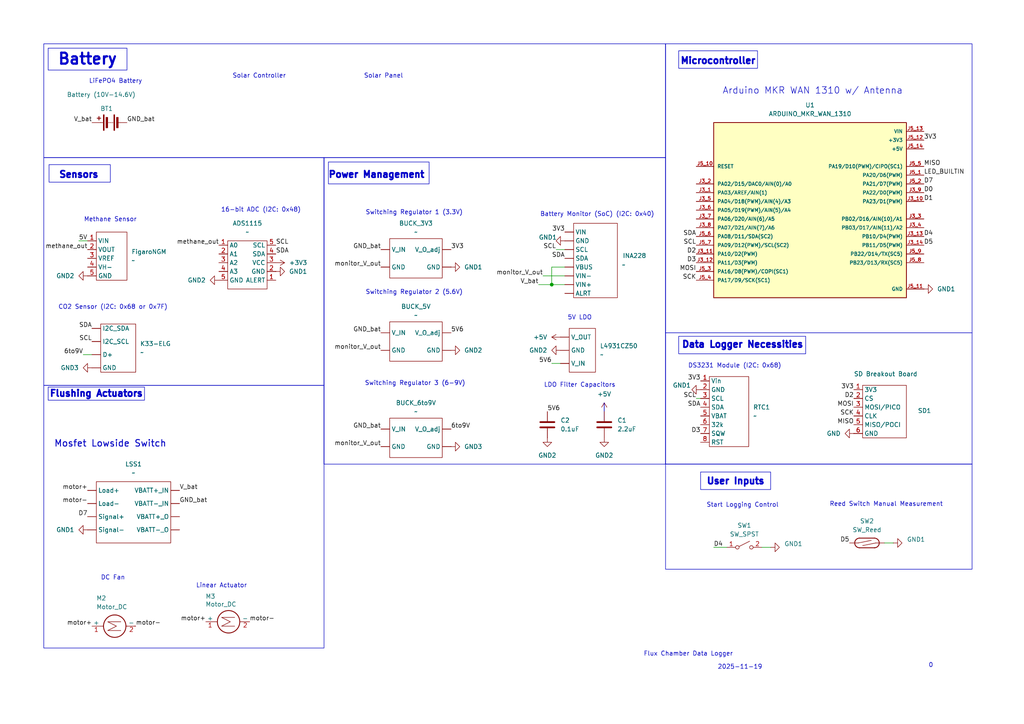
<source format=kicad_sch>
(kicad_sch (version 20250114) (generator "eeschema") (generator_version "9.0")
  (paper "A4")
  (lib_symbols
    (symbol "DCDC_adjustable_module_1"
      (property "Reference" "D" (at 0 0 0))
      (symbol "DCDC_adjustable_module_1_0_1"
        (rectangle (start -7.62 -1.905) (end 7.62 -13.335))
      )
      (symbol "DCDC_adjustable_module_1_1_1"
        (pin input line (at -10.16 -5.08 0) (length 2.54) (name "V_IN") (number ""))
        (pin input line (at -10.16 -10.16 0) (length 2.54) (name "GND") (number ""))
        (pin input line (at 10.16 -5.08 180) (length 2.54) (name "V_O_adj") (number ""))
        (pin input line (at 10.16 -10.16 180) (length 2.54) (name "GND") (number ""))
      )
    )
    (symbol "DCDC_adjustable_module_2"
      (property "Reference" "D" (at 0 0 0))
      (symbol "DCDC_adjustable_module_2_0_1"
        (rectangle (start -7.62 -1.905) (end 7.62 -13.335))
      )
      (symbol "DCDC_adjustable_module_2_1_1"
        (pin input line (at -10.16 -5.08 0) (length 2.54) (name "V_IN") (number ""))
        (pin input line (at -10.16 -10.16 0) (length 2.54) (name "GND") (number ""))
        (pin input line (at 10.16 -5.08 180) (length 2.54) (name "V_O_adj") (number ""))
        (pin input line (at 10.16 -10.16 180) (length 2.54) (name "GND") (number ""))
      )
    )
    (symbol "Device:Battery" (pin_numbers (hide yes)) (pin_names (offset 0) (hide yes))
      (property "Reference" "BT" (at 2.54 2.54 0))
      (property "Value" "Battery" (at 2.54 0 0))
      (symbol "Battery_0_1"
        (rectangle (start -2.286 1.778) (end 2.286 1.524) (fill (type outline)))
        (rectangle (start -2.286 -1.27) (end 2.286 -1.524) (fill (type outline)))
        (rectangle (start -1.524 1.016) (end 1.524 0.508) (fill (type outline)))
        (rectangle (start -1.524 -2.032) (end 1.524 -2.54) (fill (type outline)))
        (polyline (pts (xy 0 1.778) (xy 0 2.54)))
        (polyline (pts (xy 0 0) (xy 0 0.254)))
        (polyline (pts (xy 0 -0.508) (xy 0 -0.254)))
        (polyline (pts (xy 0 -1.016) (xy 0 -0.762)))
        (polyline (pts (xy 0.762 3.048) (xy 1.778 3.048)) (stroke (width 0.254)))
        (polyline (pts (xy 1.27 3.556) (xy 1.27 2.54)) (stroke (width 0.254)))
      )
      (symbol "Battery_1_1"
        (pin passive line (at 0 5.08 270) (length 2.54) (name "+") (number "1"))
        (pin passive line (at 0 -5.08 90) (length 2.54) (name "-") (number "2"))
      )
    )
    (symbol "Device:C" (pin_numbers (hide yes)) (pin_names (offset 0.254))
      (property "Reference" "C" (at 0.635 2.54 0))
      (property "Value" "C" (at 0.635 -2.54 0))
      (symbol "C_0_1"
        (polyline (pts (xy -2.032 0.762) (xy 2.032 0.762)) (stroke (width 0.508)))
        (polyline (pts (xy -2.032 -0.762) (xy 2.032 -0.762)) (stroke (width 0.508)))
      )
      (symbol "C_1_1"
        (pin passive line (at 0 3.81 270) (length 2.794) (name "~") (number "1"))
        (pin passive line (at 0 -3.81 90) (length 2.794) (name "~") (number "2"))
      )
    )
    (symbol "Motor:Motor_DC" (pin_names (offset 0))
      (property "Reference" "M" (at 2.54 2.54 0))
      (property "Value" "Motor_DC" (at 2.54 -5.08 0))
      (symbol "Motor_DC_0_0"
        (polyline (pts (xy -1.27 -3.302) (xy -1.27 0.508) (xy 0 -2.032) (xy 1.27 0.508) (xy 1.27 -3.302)))
      )
      (symbol "Motor_DC_0_1"
        (polyline (pts (xy 0 2.032) (xy 0 2.54)))
        (polyline (pts (xy 0 1.7272) (xy 0 2.0828)))
        (circle (center 0 -1.524) (radius 3.2512) (stroke (width 0.254)))
        (polyline (pts (xy 0 -4.7752) (xy 0 -5.1816)))
        (polyline (pts (xy 0 -7.62) (xy 0 -7.112)))
      )
      (symbol "Motor_DC_1_1"
        (pin passive line (at 0 5.08 270) (length 2.54) (name "+") (number "1"))
        (pin passive line (at 0 -7.62 90) (length 2.54) (name "-") (number "2"))
      )
    )
    (symbol "Switch:SW_Reed" (pin_numbers (hide yes)) (pin_names (offset 0) (hide yes))
      (property "Reference" "SW" (at 0 2.54 0))
      (property "Value" "SW_Reed" (at 0 -2.54 0))
      (symbol "SW_Reed_0_0"
        (polyline (pts (xy -2.54 0) (xy 1.27 0.762)))
        (polyline (pts (xy -2.159 -1.397) (xy 2.286 -1.397)) (stroke (width 0.254)))
        (arc (start -2.159 -1.397) (mid -3.55 0) (end -2.159 1.397) (stroke (width 0.254)))
        (arc (start 2.159 1.397) (mid 3.55 0) (end 2.159 -1.397) (stroke (width 0.254)))
        (polyline (pts (xy 2.159 1.397) (xy -2.159 1.397)) (stroke (width 0.254)))
        (polyline (pts (xy 2.54 0) (xy -1.27 -0.762)))
      )
      (symbol "SW_Reed_1_1"
        (pin passive line (at -5.08 0 0) (length 2.54) (name "1") (number "1"))
        (pin passive line (at 5.08 0 180) (length 2.54) (name "2") (number "2"))
      )
    )
    (symbol "Switch:SW_SPST" (pin_names (offset 0) (hide yes))
      (property "Reference" "SW" (at 0 3.175 0))
      (property "Value" "SW_SPST" (at 0 -2.54 0))
      (symbol "SW_SPST_0_0"
        (circle (center -2.032 0) (radius 0.508))
        (polyline (pts (xy -1.524 0.254) (xy 1.524 1.778)))
        (circle (center 2.032 0) (radius 0.508))
      )
      (symbol "SW_SPST_1_1"
        (pin passive line (at -5.08 0 0) (length 2.54) (name "A") (number "1"))
        (pin passive line (at 5.08 0 180) (length 2.54) (name "B") (number "2"))
      )
    )
    (symbol "new_library:16-bit_ADC_Soldered"
      (property "Reference" "ADC" (at 0 0 0))
      (symbol "16-bit_ADC_Soldered_0_1"
        (rectangle (start -2.54 -1.27) (end 8.89 -15.24))
        (rectangle (start 0 -7.62) (end 0 -7.62))
        (rectangle (start 6.35 -7.62) (end 6.35 -7.62))
      )
      (symbol "16-bit_ADC_Soldered_1_1"
        (pin input line (at -5.08 -2.54 0) (length 2.54) (name "A0") (number "1"))
        (pin input line (at -5.08 -5.08 0) (length 2.54) (name "A1") (number "2"))
        (pin input line (at -5.08 -7.62 0) (length 2.54) (name "A2") (number "3"))
        (pin input line (at -5.08 -10.16 0) (length 2.54) (name "A3") (number "4"))
        (pin power_in line (at -5.08 -12.7 0) (length 2.54) (name "GND") (number "5"))
        (pin input line (at 11.43 -2.54 180) (length 2.54) (name "SCL") (number "5"))
        (pin bidirectional line (at 11.43 -5.08 180) (length 2.54) (name "SDA") (number "4"))
        (pin power_in line (at 11.43 -7.62 180) (length 2.54) (name "VCC") (number "3"))
        (pin input line (at 11.43 -10.16 180) (length 2.54) (name "GND") (number "2"))
        (pin output line (at 11.43 -12.7 180) (length 2.54) (name "ALERT") (number "1"))
      )
    )
    (symbol "new_library:5V_LDO_L4931CZ50"
      (property "Reference" "U" (at 0 0 0))
      (symbol "5V_LDO_L4931CZ50_0_1"
        (rectangle (start -3.81 -2.54) (end 3.81 -15.24))
      )
      (symbol "5V_LDO_L4931CZ50_1_1"
        (pin power_out line (at -6.35 -5.08 0) (length 2.54) (name "V_OUT") (number ""))
        (pin power_in line (at -6.35 -8.89 0) (length 2.54) (name "GND") (number ""))
        (pin power_in line (at -6.35 -12.7 0) (length 2.54) (name "V_IN") (number ""))
      )
    )
    (symbol "new_library:ARDUINO_MKR_WAN_1310" (pin_names (offset 1.016))
      (property "Reference" "U" (at -27.94 27.94 0))
      (property "Value" "ARDUINO_MKR_WAN_1310" (at -27.94 -27.94 0))
      (symbol "ARDUINO_MKR_WAN_1310_0_0"
        (rectangle (start -27.94 -25.4) (end 27.94 25.4) (stroke (width 0.254)) (fill (type background)))
        (pin input line (at -33.02 12.7 0) (length 5.08) (name "RESET") (number "J5_10"))
        (pin bidirectional line (at -33.02 7.62 0) (length 5.08) (name "PA02/D15/DAC0/AIN(0)/A0") (number "J3_2"))
        (pin bidirectional line (at -33.02 5.08 0) (length 5.08) (name "PA03/AREF/AIN(1)") (number "J3_1"))
        (pin bidirectional line (at -33.02 2.54 0) (length 5.08) (name "PA04/D18(PWM)/AIN(4)/A3") (number "J3_5"))
        (pin bidirectional line (at -33.02 0 0) (length 5.08) (name "PA05/D19(PWM)/AIN(5)/A4") (number "J3_6"))
        (pin bidirectional line (at -33.02 -2.54 0) (length 5.08) (name "PA06/D20/AIN(6)/A5") (number "J3_7"))
        (pin bidirectional line (at -33.02 -5.08 0) (length 5.08) (name "PA07/D21/AIN(7)/A6") (number "J3_8"))
        (pin bidirectional line (at -33.02 -7.62 0) (length 5.08) (name "PA08/D11/SDA(SC2)") (number "J5_6"))
        (pin bidirectional line (at -33.02 -10.16 0) (length 5.08) (name "PA09/D12(PWM)/SCL(SC2)") (number "J5_7"))
        (pin bidirectional line (at -33.02 -12.7 0) (length 5.08) (name "PA10/D2(PWM)") (number "J3_11"))
        (pin bidirectional line (at -33.02 -15.24 0) (length 5.08) (name "PA11/D3(PWM)") (number "J3_12"))
        (pin bidirectional line (at -33.02 -17.78 0) (length 5.08) (name "PA16/D8(PWM)/COPI(SC1)") (number "J5_3"))
        (pin bidirectional line (at -33.02 -20.32 0) (length 5.08) (name "PA17/D9/SCK(SC1)") (number "J5_4"))
        (pin power_in line (at 33.02 22.86 180) (length 5.08) (name "VIN") (number "J5_13"))
        (pin power_in line (at 33.02 20.32 180) (length 5.08) (name "+3V3") (number "J5_12"))
        (pin power_in line (at 33.02 17.78 180) (length 5.08) (name "+5V") (number "J5_14"))
        (pin bidirectional line (at 33.02 12.7 180) (length 5.08) (name "PA19/D10(PWM)/CIPO(SC1)") (number "J5_5"))
        (pin bidirectional line (at 33.02 10.16 180) (length 5.08) (name "PA20/D6(PWM)") (number "J5_1"))
        (pin bidirectional line (at 33.02 7.62 180) (length 5.08) (name "PA21/D7(PWM)") (number "J5_2"))
        (pin bidirectional line (at 33.02 5.08 180) (length 5.08) (name "PA22/D0(PWM)") (number "J3_9"))
        (pin bidirectional line (at 33.02 2.54 180) (length 5.08) (name "PA23/D1(PWM)") (number "J3_10"))
        (pin bidirectional line (at 33.02 -2.54 180) (length 5.08) (name "PB02/D16/AIN(10)/A1") (number "J3_3"))
        (pin bidirectional line (at 33.02 -5.08 180) (length 5.08) (name "PB03/D17/AIN(11)/A2") (number "J3_4"))
        (pin bidirectional line (at 33.02 -7.62 180) (length 5.08) (name "PB10/D4(PWM)") (number "J3_13"))
        (pin bidirectional line (at 33.02 -10.16 180) (length 5.08) (name "PB11/D5(PWM)") (number "J3_14"))
        (pin bidirectional line (at 33.02 -12.7 180) (length 5.08) (name "PB22/D14/TX(SC5)") (number "J5_9"))
        (pin bidirectional line (at 33.02 -15.24 180) (length 5.08) (name "PB23/D13/RX(SC5)") (number "J5_8"))
        (pin power_in line (at 33.02 -22.86 180) (length 5.08) (name "GND") (number "J5_11"))
      )
    )
    (symbol "new_library:CH4_sensor_figaro"
      (property "Reference" "CH4" (at 0 0 0))
      (symbol "CH4_sensor_figaro_0_1"
        (rectangle (start -3.81 -1.27) (end 5.08 -15.24))
      )
      (symbol "CH4_sensor_figaro_1_1"
        (pin power_in line (at -6.35 -3.81 0) (length 2.54) (name "VIN") (number "1"))
        (pin power_out line (at -6.35 -6.35 0) (length 2.54) (name "VOUT") (number "2"))
        (pin power_out line (at -6.35 -8.89 0) (length 2.54) (name "VREF") (number "3"))
        (pin power_in line (at -6.35 -11.43 0) (length 2.54) (name "VH-") (number "4"))
        (pin power_in line (at -6.35 -13.97 0) (length 2.54) (name "GND") (number "5"))
      )
    )
    (symbol "new_library:DCDC_adjustable_module"
      (property "Reference" "D" (at 0 0 0))
      (symbol "DCDC_adjustable_module_0_1"
        (rectangle (start -7.62 -1.905) (end 7.62 -13.335))
      )
      (symbol "DCDC_adjustable_module_1_1"
        (pin input line (at -10.16 -5.08 0) (length 2.54) (name "V_IN") (number ""))
        (pin input line (at -10.16 -10.16 0) (length 2.54) (name "GND") (number ""))
        (pin input line (at 10.16 -5.08 180) (length 2.54) (name "V_O_adj") (number ""))
        (pin input line (at 10.16 -10.16 180) (length 2.54) (name "GND") (number ""))
      )
    )
    (symbol "new_library:DS3231_adafruit_breakout"
      (property "Reference" "RTC" (at 0 6.096 0))
      (symbol "DS3231_adafruit_breakout_0_1"
        (rectangle (start -6.35 3.81) (end 5.08 -16.51))
      )
      (symbol "DS3231_adafruit_breakout_1_1"
        (pin power_in line (at -8.89 2.54 0) (length 2.54) (name "Vin") (number "1"))
        (pin power_in line (at -8.89 0 0) (length 2.54) (name "GND") (number "2"))
        (pin input line (at -8.89 -2.54 0) (length 2.54) (name "SCL") (number "3"))
        (pin bidirectional line (at -8.89 -5.08 0) (length 2.54) (name "SDA") (number "4"))
        (pin power_out line (at -8.89 -7.62 0) (length 2.54) (name "VBAT") (number "5"))
        (pin output line (at -8.89 -10.16 0) (length 2.54) (name "32k") (number "6"))
        (pin output line (at -8.89 -12.7 0) (length 2.54) (name "SQW") (number "7"))
        (pin output line (at -8.89 -15.24 0) (length 2.54) (name "RST") (number "8"))
      )
    )
    (symbol "new_library:K33_ELG"
      (property "Reference" "U" (at 0 0.254 0))
      (symbol "K33_ELG_0_1"
        (rectangle (start -2.54 -1.27) (end 7.62 -15.24))
      )
      (symbol "K33_ELG_1_1"
        (pin bidirectional line (at -5.08 -2.54 0) (length 2.54) (name "I2C_SDA") (number ""))
        (pin input line (at -5.08 -6.35 0) (length 2.54) (name "I2C_SCL") (number ""))
        (pin power_in line (at -5.08 -10.16 0) (length 2.54) (name "D+") (number ""))
        (pin power_in line (at -5.08 -13.97 0) (length 2.54) (name "GND") (number ""))
      )
    )
    (symbol "new_library:SD_breakout"
      (property "Reference" "SD" (at 2.794 1.27 0))
      (symbol "SD_breakout_0_1"
        (rectangle (start -3.81 -1.27) (end 8.89 -16.51))
      )
      (symbol "SD_breakout_1_1"
        (pin power_in line (at -6.35 -2.54 0) (length 2.54) (name "3V3") (number "1"))
        (pin input line (at -6.35 -5.08 0) (length 2.54) (name "CS") (number "2"))
        (pin input line (at -6.35 -7.62 0) (length 2.54) (name "MOSI/PICO") (number "3"))
        (pin input line (at -6.35 -10.16 0) (length 2.54) (name "CLK") (number "4"))
        (pin input line (at -6.35 -12.7 0) (length 2.54) (name "MISO/POCI") (number "5"))
        (pin power_in line (at -6.35 -15.24 0) (length 2.54) (name "GND") (number "6"))
      )
    )
    (symbol "new_library:adafruit_ina228"
      (property "Reference" "U" (at 0 0 0))
      (symbol "adafruit_ina228_0_1"
        (rectangle (start -6.35 -1.27) (end 6.35 -22.86))
      )
      (symbol "adafruit_ina228_1_1"
        (pin power_in line (at -8.89 -3.81 0) (length 2.54) (name "VIN") (number ""))
        (pin power_in line (at -8.89 -6.35 0) (length 2.54) (name "GND") (number ""))
        (pin bidirectional line (at -8.89 -8.89 0) (length 2.54) (name "SCL") (number ""))
        (pin bidirectional line (at -8.89 -11.43 0) (length 2.54) (name "SDA") (number ""))
        (pin power_in line (at -8.89 -13.97 0) (length 2.54) (name "VBUS") (number ""))
        (pin power_out line (at -8.89 -16.51 0) (length 2.54) (name "VIN-") (number ""))
        (pin power_in line (at -8.89 -19.05 0) (length 2.54) (name "VIN+") (number ""))
        (pin output line (at -8.89 -21.59 0) (length 2.54) (name "ALRT") (number ""))
      )
    )
    (symbol "new_library:mosfet_lowside_switch_module"
      (property "Reference" "LSS" (at 0 0 0))
      (symbol "mosfet_lowside_switch_module_0_1"
        (rectangle (start -10.16 -2.54) (end 11.43 -20.32))
      )
      (symbol "mosfet_lowside_switch_module_1_1"
        (pin input line (at -12.7 -5.08 0) (length 2.54) (name "Load+") (number ""))
        (pin input line (at -12.7 -8.89 0) (length 2.54) (name "Load-") (number ""))
        (pin input line (at -12.7 -12.7 0) (length 2.54) (name "Signal+") (number ""))
        (pin input line (at -12.7 -16.51 0) (length 2.54) (name "Signal-") (number ""))
        (pin input line (at 13.97 -5.08 180) (length 2.54) (name "VBATT+_IN") (number ""))
        (pin input line (at 13.97 -8.89 180) (length 2.54) (name "VBATT-_IN") (number ""))
        (pin input line (at 13.97 -12.7 180) (length 2.54) (name "VBATT+_O") (number ""))
        (pin input line (at 13.97 -16.51 180) (length 2.54) (name "VBATT-_O") (number ""))
      )
    )
    (symbol "power:+3V3" (power) (pin_numbers (hide yes)) (pin_names (offset 0) (hide yes))
      (property "Value" "+3V3" (at 0 3.556 0))
      (symbol "+3V3_0_1"
        (polyline (pts (xy -0.762 1.27) (xy 0 2.54)))
        (polyline (pts (xy 0 2.54) (xy 0.762 1.27)))
        (polyline (pts (xy 0 0) (xy 0 2.54)))
      )
      (symbol "+3V3_1_1"
        (pin power_in line (at 0 0 90) (length 0) (name "~") (number "1"))
      )
    )
    (symbol "power:+5V" (power) (pin_numbers (hide yes)) (pin_names (offset 0) (hide yes))
      (property "Value" "+5V" (at 0 3.556 0))
      (symbol "+5V_0_1"
        (polyline (pts (xy -0.762 1.27) (xy 0 2.54)))
        (polyline (pts (xy 0 2.54) (xy 0.762 1.27)))
        (polyline (pts (xy 0 0) (xy 0 2.54)))
      )
      (symbol "+5V_1_1"
        (pin power_in line (at 0 0 90) (length 0) (name "~") (number "1"))
      )
    )
    (symbol "power:GND" (power) (pin_numbers (hide yes)) (pin_names (offset 0) (hide yes))
      (property "Value" "GND" (at 0 -3.81 0))
      (symbol "GND_0_1"
        (polyline (pts (xy 0 0) (xy 0 -1.27) (xy 1.27 -1.27) (xy 0 -2.54) (xy -1.27 -1.27) (xy 0 -1.27)))
      )
      (symbol "GND_1_1"
        (pin power_in line (at 0 0 270) (length 0) (name "~") (number "1"))
      )
    )
    (symbol "power:GND1" (power) (pin_numbers (hide yes)) (pin_names (offset 0) (hide yes))
      (property "Value" "GND1" (at 0 -3.81 0))
      (symbol "GND1_0_1"
        (polyline (pts (xy 0 0) (xy 0 -1.27) (xy 1.27 -1.27) (xy 0 -2.54) (xy -1.27 -1.27) (xy 0 -1.27)))
      )
      (symbol "GND1_1_1"
        (pin power_in line (at 0 0 270) (length 0) (name "~") (number "1"))
      )
    )
    (symbol "power:GND2" (power) (pin_numbers (hide yes)) (pin_names (offset 0) (hide yes))
      (property "Value" "GND2" (at 0 -3.81 0))
      (symbol "GND2_0_1"
        (polyline (pts (xy 0 0) (xy 0 -1.27) (xy 1.27 -1.27) (xy 0 -2.54) (xy -1.27 -1.27) (xy 0 -1.27)))
      )
      (symbol "GND2_1_1"
        (pin power_in line (at 0 0 270) (length 0) (name "~") (number "1"))
      )
    )
    (symbol "power:GND3" (power) (pin_numbers (hide yes)) (pin_names (offset 0) (hide yes))
      (property "Value" "GND3" (at 0 -3.81 0))
      (symbol "GND3_0_1"
        (polyline (pts (xy 0 0) (xy 0 -1.27) (xy 1.27 -1.27) (xy 0 -2.54) (xy -1.27 -1.27) (xy 0 -1.27)))
      )
      (symbol "GND3_1_1"
        (pin power_in line (at 0 0 270) (length 0) (name "~") (number "1"))
      )
    )
  )
  (rectangle (start 93.98 45.72) (end 193.04 134.62))
  (rectangle (start 12.7 12.7) (end 193.04 45.72))
  (rectangle (start 196.85 97.536) (end 233.68 102.616))
  (rectangle (start 13.97 13.97) (end 36.83 20.32))
  (rectangle (start 193.04 12.7) (end 281.94 96.52))
  (rectangle (start 203.2 136.906) (end 223.52 141.986))
  (rectangle (start 193.04 134.62) (end 281.94 165.1))
  (rectangle (start 13.97 112.268) (end 41.91 116.078))
  (rectangle (start 12.7 45.72) (end 93.98 111.76))
  (rectangle (start 193.04 96.52) (end 281.94 134.62))
  (rectangle (start 95.25 46.99) (end 124.46 53.34))
  (rectangle (start 14.224 47.752) (end 32.004 52.832))
  (rectangle (start 175.2346 116.84) (end 175.26 121.92))
  (rectangle (start 196.85 14.732) (end 219.71 19.812))
  (rectangle (start 12.7 111.76) (end 93.98 187.96))
  (text "Switching Regulator 1 (3.3V)\n\n" (at 120.142 62.738 0) (effects (font (size 1.27 1.27) (thickness 0.1588))))
  (text "Methane Sensor" (at 32.004 63.754 0) (effects (font (size 1.27 1.27))))
  (text "Mosfet Lowside Switch" (at 32.004 128.778 0) (effects (font (size 1.905 1.905) (thickness 0.254) (bold yes))))
  (text "DS3231 Module (I2C: 0x68)\n" (at 213.106 106.172 0) (effects (font (size 1.27 1.27))))
  (text "0" (at 270.002 193.04 0) (effects (font (size 1.27 1.27))))
  (text "Linear Actuator\n" (at 64.262 169.926 0) (effects (font (size 1.27 1.27))))
  (text "Reed Switch Manual Measurement\n" (at 257.048 146.304 0) (effects (font (size 1.27 1.27))))
  (text "Sensors" (at 22.86 50.8 0) (effects (font (size 1.905 1.905) (thickness 0.635) (bold yes))))
  (text "User Inputs\n" (at 213.36 139.7 0) (effects (font (size 1.905 1.905) (thickness 0.635) (bold yes))))
  (text "Switching Regulator 3 (6-9V)\n\n" (at 120.396 112.268 0) (effects (font (size 1.27 1.27) (thickness 0.1588))))
  (text "16-bit ADC (I2C: 0x48)" (at 75.692 60.96 0) (effects (font (size 1.27 1.27))))
  (text "Data Logger Necessities\n" (at 215.392 100.076 0) (effects (font (size 1.905 1.905) (thickness 0.635) (bold yes))))
  (text "LiFePO4 Battery\n" (at 33.528 23.622 0) (effects (font (size 1.27 1.27))))
  (text "Switching Regulator 2 (5.6V)\n" (at 120.142 84.836 0) (effects (font (size 1.27 1.27) (thickness 0.1588))))
  (text "Microcontroller" (at 208.28 17.78 0) (effects (font (size 1.905 1.905) (thickness 0.635) (bold yes))))
  (text "Solar Panel" (at 111.252 22.098 0) (effects (font (size 1.27 1.27))))
  (text "Solar Controller" (at 75.184 22.098 0) (effects (font (size 1.27 1.27))))
  (text "Battery" (at 25.4 17.272 0) (effects (font (size 3.175 3.175) (thickness 0.635) (bold yes))))
  (text "Power Management" (at 109.22 50.8 0) (effects (font (size 1.905 1.905) (thickness 0.635) (bold yes))))
  (text "Flushing Actuators" (at 27.94 114.3 0) (effects (font (size 1.905 1.905) (thickness 0.635) (bold yes))))
  (text "5V LDO\n" (at 168.148 92.202 0) (effects (font (size 1.27 1.27))))
  (text "DC Fan" (at 32.766 167.64 0) (effects (font (size 1.27 1.27))))
  (text "Battery Monitor (SoC) (I2C: 0x40)\n" (at 173.228 62.23 0) (effects (font (size 1.27 1.27))))
  (text "Arduino MKR WAN 1310 w/ Antenna" (at 235.712 26.416 0) (effects (font (size 1.905 1.905))))
  (text "2025-11-19" (at 214.63 193.548 0) (effects (font (size 1.27 1.27))))
  (text "CO2 Sensor (I2C: 0x68 or 0x7F)" (at 32.766 89.154 0) (effects (font (size 1.27 1.27))))
  (text "Start Logging Control" (at 215.392 146.558 0) (effects (font (size 1.27 1.27))))
  (text "Flux Chamber Data Logger" (at 199.644 189.738 0) (effects (font (size 1.27 1.27))))
  (text "LDO Filter Capacitors" (at 168.148 111.76 0) (effects (font (size 1.27 1.27))))
  (junction (at 160.02 82.55))
  (wire (pts (xy 24.13 102.87) (xy 26.67 102.87)))
  (wire (pts (xy 201.93 115.57) (xy 203.2 115.57)))
  (wire (pts (xy 259.08 157.48) (xy 256.54 157.48)))
  (wire (pts (xy 210.82 158.75) (xy 207.01 158.75)))
  (wire (pts (xy 157.48 80.01) (xy 163.83 80.01)))
  (wire (pts (xy 22.86 69.85) (xy 25.4 69.85)))
  (wire (pts (xy 160.02 105.41) (xy 162.56 105.41)))
  (wire (pts (xy 160.02 82.55) (xy 163.83 82.55)))
  (wire (pts (xy 156.21 82.55) (xy 160.02 82.55)))
  (wire (pts (xy 223.52 158.75) (xy 220.98 158.75)))
  (wire (pts (xy 160.02 77.47) (xy 160.02 82.55)))
  (wire (pts (xy 161.29 72.39) (xy 163.83 72.39)))
  (wire (pts (xy 163.83 77.47) (xy 160.02 77.47)))
  (label "V_bat" (at 52.07 142.24 0))
  (label "motor-" (at 39.37 181.61 0))
  (label "SCL" (at 80.01 71.12 0))
  (label "3V3" (at 130.81 72.39 0))
  (label "SCL" (at 161.29 72.39 180))
  (label "MISO" (at 247.65 123.19 180))
  (label "SDA" (at 26.67 95.25 180))
  (label "SDA" (at 163.83 74.93 180))
  (label "5V" (at 22.86 69.85 0))
  (label "D7" (at 25.4 149.86 180))
  (label "SDA" (at 203.2 118.11 180))
  (label "5V6" (at 158.75 119.38 0))
  (label "MISO" (at 267.97 48.26 0))
  (label "D4" (at 267.97 68.58 0))
  (label "monitor_V_out" (at 157.48 80.01 180))
  (label "motor-" (at 25.4 146.05 180))
  (label "GND_bat" (at 36.83 35.56 0))
  (label "SDA" (at 201.93 68.58 180))
  (label "SDA" (at 80.01 73.66 0))
  (label "GND_bat" (at 110.49 124.46 180))
  (label "SCK" (at 201.93 81.28 180))
  (label "MOSI" (at 247.65 118.11 180))
  (label "V_bat" (at 156.21 82.55 180))
  (label "SCL" (at 26.67 99.06 180))
  (label "methane_out" (at 25.4 72.39 180))
  (label "MOSI" (at 201.93 78.74 180))
  (label "LED_BUILTIN" (at 267.97 50.8 0))
  (label "GND_bat" (at 52.07 146.05 0))
  (label "3V3" (at 267.97 40.64 0))
  (label "D2" (at 201.93 73.66 180) (effects (font (thickness 0.1588))))
  (label "GND_bat" (at 110.49 72.39 180))
  (label "D1" (at 267.97 58.42 0))
  (label "3V3" (at 247.65 113.03 180))
  (label "SCK" (at 247.65 120.65 180))
  (label "D0" (at 267.97 55.88 0))
  (label "D7" (at 267.97 53.34 0))
  (label "D2" (at 247.65 115.57 180))
  (label "monitor_V_out" (at 110.49 77.47 180))
  (label "D5" (at 246.38 157.48 180))
  (label "SCL" (at 201.93 71.12 180))
  (label "SCL" (at 201.93 115.57 180))
  (label "6to9V" (at 130.81 124.46 0))
  (label "D3" (at 203.2 125.73 180))
  (label "methane_out" (at 63.5 71.12 180))
  (label "motor+" (at 59.69 180.34 180))
  (label "6to9V" (at 24.13 102.87 180))
  (label "5V6" (at 130.81 96.52 0))
  (label "3V3" (at 163.83 67.31 180))
  (label "3V3" (at 203.2 110.49 180))
  (label "D4" (at 207.01 158.75 0))
  (label "monitor_V_out" (at 110.49 129.54 180))
  (label "D5" (at 267.97 71.12 0))
  (label "monitor_V_out" (at 110.49 101.6 180))
  (label "5V6" (at 160.02 105.41 180))
  (label "motor-" (at 72.39 180.34 0))
  (label "motor+" (at 26.67 181.61 180))
  (label "V_bat" (at 26.67 35.56 180))
  (label "motor+" (at 25.4 142.24 180))
  (label "GND_bat" (at 110.49 96.52 180))
  (label "D3" (at 201.93 76.2 180))
  (symbol (lib_id "new_library:SD_breakout") (at 254 110.49 0) (unit 1)
    (property "Reference" "SD1" (at 266.192 119.126 0) (effects (justify left)))
    (property "Value" "SD Breakout Board" (at 247.65 108.458 0) (effects (justify left)))
    (property "Footprint" "new_library:SD_Breakout_offbrand" (effects (hide yes)))
  )
  (symbol (lib_id "Switch:SW_SPST") (at 215.9 158.75 0) (unit 1)
    (property "Reference" "SW1" (at 215.9 152.4 0))
    (property "Value" "SW_SPST" (at 215.9 154.94 0))
    (property "Description" "Single Pole Single Throw (SPST) switch" (effects (hide yes)))
  )
  (symbol (lib_id "Device:Battery") (at 31.75 35.56 90) (unit 1)
    (property "Reference" "BT1" (at 32.766 31.496 90) (effects (justify left)))
    (property "Value" "Battery (10V-14.6V)" (at 39.37 27.432 90) (effects (justify left)))
    (property "Description" "Multiple-cell battery" (effects (hide yes)))
  )
  (symbol (lib_id "power:GND2") (at 162.56 101.6 270) (unit 1)
    (property "Reference" "#PWR011" (effects (hide yes)))
    (property "Value" "GND2" (at 158.75 101.5999 90) (effects (justify right)))
    (property "Description" "Power symbol creates a global label with name \"GND2\" , ground" (effects (hide yes)))
  )
  (symbol (lib_id "new_library:DS3231_adafruit_breakout") (at 212.09 113.03 0) (unit 1)
    (property "Reference" "RTC1" (at 218.44 118.1099 0) (effects (justify left)))
    (property "Value" "~" (at 218.44 120.6499 0) (effects (justify left)))
    (property "Footprint" "new_library:RTC_DS3231_breakout" (effects (hide yes)))
    (property "Datasheet" "https://cdn-learn.adafruit.com/downloads/pdf/adafruit-ds3231-precision-rtc-breakout.pdf" (effects (hide yes)))
  )
  (symbol (lib_id "Switch:SW_Reed") (at 251.46 157.48 0) (unit 1)
    (property "Reference" "SW2" (at 251.46 151.13 0))
    (property "Value" "SW_Reed" (at 251.46 153.67 0))
    (property "Description" "reed switch" (effects (hide yes)))
  )
  (symbol (lib_name "DCDC_adjustable_module_1") (lib_id "new_library:DCDC_adjustable_module") (at 120.65 91.44 0) (unit 1)
    (property "Reference" "BUCK_5V" (at 120.65 88.9 0))
    (property "Value" "~" (at 120.65 91.44 0))
  )
  (symbol (lib_id "power:GND2") (at 175.26 127 0) (unit 1)
    (property "Reference" "#PWR014" (effects (hide yes)))
    (property "Value" "GND2" (at 175.26 132.08 0))
    (property "Description" "Power symbol creates a global label with name \"GND2\" , ground" (effects (hide yes)))
  )
  (symbol (lib_id "Device:C") (at 158.75 123.19 0) (unit 1)
    (property "Reference" "C2" (at 162.56 121.9199 0) (effects (justify left)))
    (property "Value" "0.1uF" (at 162.56 124.4599 0) (effects (justify left)))
    (property "Description" "Unpolarized capacitor" (effects (hide yes)))
  )
  (symbol (lib_id "power:GND1") (at 203.2 113.03 270) (unit 1)
    (property "Reference" "#PWR019" (effects (hide yes)))
    (property "Value" "GND1" (at 200.406 111.76 90) (effects (justify right)))
    (property "Description" "Power symbol creates a global label with name \"GND1\" , ground" (effects (hide yes)))
  )
  (symbol (lib_id "new_library:adafruit_ina228") (at 172.72 63.5 0) (unit 1)
    (property "Reference" "INA228" (at 180.594 74.168 0) (effects (justify left)))
    (property "Value" "~" (at 180.34 76.8349 0) (effects (justify left)))
  )
  (symbol (lib_id "power:GND") (at 247.65 125.73 270) (unit 1)
    (property "Reference" "#PWR06" (effects (hide yes)))
    (property "Value" "GND" (at 243.84 125.7299 90) (effects (justify right)))
    (property "Description" "Power symbol creates a global label with name \"GND\" , ground" (effects (hide yes)))
  )
  (symbol (lib_id "power:GND2") (at 158.75 127 0) (unit 1)
    (property "Reference" "#PWR015" (effects (hide yes)))
    (property "Value" "GND2" (at 158.75 132.08 0))
    (property "Description" "Power symbol creates a global label with name \"GND2\" , ground" (effects (hide yes)))
  )
  (symbol (lib_id "Motor:Motor_DC") (at 31.75 181.61 90) (unit 1)
    (property "Reference" "M2" (at 27.94 173.482 90) (effects (justify right)))
    (property "Value" "Motor_DC" (at 27.94 176.022 90) (effects (justify right)))
    (property "Description" "DC Motor" (effects (hide yes)))
  )
  (symbol (lib_id "new_library:mosfet_lowside_switch_module") (at 38.1 137.16 0) (unit 1)
    (property "Reference" "LSS1" (at 38.735 134.62 0))
    (property "Value" "~" (at 38.735 137.16 0))
  )
  (symbol (lib_id "power:+5V") (at 162.56 97.79 90) (unit 1)
    (property "Reference" "#PWR012" (effects (hide yes)))
    (property "Value" "+5V" (at 158.75 97.7899 90) (effects (justify left)))
    (property "Description" "Power symbol creates a global label with name \"+5V\"" (effects (hide yes)))
  )
  (symbol (lib_id "new_library:DCDC_adjustable_module") (at 120.65 67.31 0) (unit 1)
    (property "Reference" "BUCK_3V3" (at 120.65 64.77 0))
    (property "Value" "~" (at 120.65 67.31 0))
  )
  (symbol (lib_id "power:GND1") (at 25.4 153.67 270) (unit 1)
    (property "Reference" "#PWR018" (effects (hide yes)))
    (property "Value" "GND1" (at 21.59 153.6699 90) (effects (justify right)))
    (property "Description" "Power symbol creates a global label with name \"GND1\" , ground" (effects (hide yes)))
  )
  (symbol (lib_id "new_library:5V_LDO_L4931CZ50") (at 168.91 92.71 0) (unit 1)
    (property "Reference" "L4931CZ50" (at 173.99 100.3299 0) (effects (justify left)))
    (property "Value" "~" (at 173.99 102.8699 0) (effects (justify left)))
  )
  (symbol (lib_id "power:GND1") (at 223.52 158.75 90) (unit 1)
    (property "Reference" "#PWR07" (effects (hide yes)))
    (property "Value" "GND1" (at 230.124 157.734 90))
    (property "Description" "Power symbol creates a global label with name \"GND1\" , ground" (effects (hide yes)))
  )
  (symbol (lib_id "new_library:CH4_sensor_figaro") (at 31.75 66.04 0) (unit 1)
    (property "Reference" "FigaroNGM" (at 38.1 73.0249 0) (effects (justify left)))
    (property "Value" "~" (at 38.1 75.5649 0) (effects (justify left)))
    (property "Footprint" "new_library:CH4_sensor_figaro" (effects (hide yes)))
    (property "Datasheet" "https://www.figarosensor.com/product/docs/ngm2611-e13_product%20information%28fusa%29_rev03.pdf" (effects (hide yes)))
  )
  (symbol (lib_id "power:GND1") (at 130.81 77.47 90) (unit 1)
    (property "Reference" "#PWR01" (effects (hide yes)))
    (property "Value" "GND1" (at 134.62 77.4699 90) (effects (justify right)))
    (property "Description" "Power symbol creates a global label with name \"GND1\" , ground" (effects (hide yes)))
  )
  (symbol (lib_id "new_library:K33_ELG") (at 31.75 92.71 0) (unit 1)
    (property "Reference" "K33-ELG" (at 40.64 99.6949 0) (effects (justify left)))
    (property "Value" "~" (at 40.64 102.2349 0) (effects (justify left)))
  )
  (symbol (lib_id "power:GND1") (at 163.83 69.85 270) (unit 1)
    (property "Reference" "#PWR020" (effects (hide yes)))
    (property "Value" "GND1" (at 161.544 68.834 90) (effects (justify right)))
    (property "Description" "Power symbol creates a global label with name \"GND1\" , ground" (effects (hide yes)))
  )
  (symbol (lib_id "power:+3V3") (at 80.01 76.2 270) (unit 1)
    (property "Reference" "#PWR016" (effects (hide yes)))
    (property "Value" "+3V3" (at 83.82 76.1999 90) (effects (justify left)))
    (property "Description" "Power symbol creates a global label with name \"+3V3\"" (effects (hide yes)))
  )
  (symbol (lib_name "DCDC_adjustable_module_2") (lib_id "new_library:DCDC_adjustable_module") (at 120.65 119.38 0) (unit 1)
    (property "Reference" "BUCK_6to9V" (at 120.65 116.84 0))
    (property "Value" "~" (at 120.65 119.38 0))
  )
  (symbol (lib_id "power:+5V") (at 175.26 119.38 0) (unit 1)
    (property "Reference" "#PWR013" (effects (hide yes)))
    (property "Value" "+5V" (at 175.26 114.3 0))
    (property "Description" "Power symbol creates a global label with name \"+5V\"" (effects (hide yes)))
  )
  (symbol (lib_id "power:GND1") (at 267.97 83.82 90) (unit 1)
    (property "Reference" "#PWR04" (effects (hide yes)))
    (property "Value" "GND1" (at 271.78 83.8199 90) (effects (justify right)))
    (property "Description" "Power symbol creates a global label with name \"GND1\" , ground" (effects (hide yes)))
  )
  (symbol (lib_id "new_library:ARDUINO_MKR_WAN_1310") (at 234.95 60.96 0) (unit 1)
    (property "Reference" "U1" (at 234.95 30.48 0))
    (property "Value" "ARDUINO_MKR_WAN_1310" (at 234.95 33.02 0))
    (property "Footprint" "ARDUINO_MKR_WAN_1310:BOARD_ARDUINO_MKR_WAN_1310" (effects (hide yes)))
    (property "Datasheet" "https://docs.arduino.cc/resources/datasheets/ABX00029-datasheet.pdf" (effects (hide yes)))
    (property "MF" "Arduino" (effects (hide yes)))
    (property "MAXIMUM_PACKAGE_HEIGHT" "1.90mm" (effects (hide yes)))
    (property "Package" "None" (effects (hide yes)))
    (property "Price" "None" (effects (hide yes)))
    (property "Check_prices" "https://www.snapeda.com/parts/ARDUINO%20MKR%20WAN%201310/Arduino/view-part/?ref=eda" (effects (hide yes)))
    (property "STANDARD" "Manufacturer Recommendations" (effects (hide yes)))
    (property "PARTREV" "06/27/2019" (effects (hide yes)))
    (property "SnapEDA_Link" "https://www.snapeda.com/parts/ARDUINO%20MKR%20WAN%201310/Arduino/view-part/?ref=snap" (effects (hide yes)))
    (property "MP" "ARDUINO MKR WAN 1310" (effects (hide yes)))
    (property "Description_1" "Arduino Pro; LoRa; SAM D21; 5VDC; Flash: 256kB; SRAM: 32kB" (effects (hide yes)))
    (property "SNAPEDA_PN" "ARDUINO MKR WAN 1310" (effects (hide yes)))
    (property "Availability" "In Stock" (effects (hide yes)))
    (property "MANUFACTURER" "Arduino" (effects (hide yes)))
  )
  (symbol (lib_id "power:GND1") (at 259.08 157.48 90) (unit 1)
    (property "Reference" "#PWR08" (effects (hide yes)))
    (property "Value" "GND1" (at 265.684 156.464 90))
    (property "Description" "Power symbol creates a global label with name \"GND1\" , ground" (effects (hide yes)))
  )
  (symbol (lib_id "power:GND3") (at 130.81 129.54 90) (unit 1)
    (property "Reference" "#PWR03" (effects (hide yes)))
    (property "Value" "GND3" (at 134.62 129.5399 90) (effects (justify right)))
    (property "Description" "Power symbol creates a global label with name \"GND3\" , ground" (effects (hide yes)))
  )
  (symbol (lib_id "Device:C") (at 175.26 123.19 0) (unit 1)
    (property "Reference" "C1" (at 179.07 121.9199 0) (effects (justify left)))
    (property "Value" "2.2uF" (at 179.07 124.4599 0) (effects (justify left)))
    (property "Description" "Unpolarized capacitor" (effects (hide yes)))
  )
  (symbol (lib_id "power:GND2") (at 63.5 81.28 270) (unit 1)
    (property "Reference" "#PWR09" (effects (hide yes)))
    (property "Value" "GND2" (at 59.69 81.2799 90) (effects (justify right)))
    (property "Description" "Power symbol creates a global label with name \"GND2\" , ground" (effects (hide yes)))
  )
  (symbol (lib_id "power:GND1") (at 80.01 78.74 90) (unit 1)
    (property "Reference" "#PWR017" (effects (hide yes)))
    (property "Value" "GND1" (at 83.82 78.7399 90) (effects (justify right)))
    (property "Description" "Power symbol creates a global label with name \"GND1\" , ground" (effects (hide yes)))
  )
  (symbol (lib_id "new_library:16-bit_ADC_Soldered") (at 68.58 68.58 0) (unit 1)
    (property "Reference" "ADS1115" (at 71.755 64.77 0))
    (property "Value" "~" (at 71.755 67.31 0))
    (property "Footprint" "new_library:ADC_16-bit_ADS1115_breakout" (effects (hide yes)))
    (property "Datasheet" "http://mm.digikey.com/Volume0/opasdata/d220001/medias/docus/5858/333095%20ADC%2016-bit%20ADS1115%204-channel%20with%20PGA%20breakout%20datasheet.pdf" (effects (hide yes)))
  )
  (symbol (lib_id "power:GND2") (at 130.81 101.6 90) (unit 1)
    (property "Reference" "#PWR02" (effects (hide yes)))
    (property "Value" "GND2" (at 134.62 101.5999 90) (effects (justify right)))
    (property "Description" "Power symbol creates a global label with name \"GND2\" , ground" (effects (hide yes)))
  )
  (symbol (lib_id "power:GND3") (at 26.67 106.68 270) (unit 1)
    (property "Reference" "#PWR05" (effects (hide yes)))
    (property "Value" "GND3" (at 22.86 106.6799 90) (effects (justify right)))
    (property "Description" "Power symbol creates a global label with name \"GND3\" , ground" (effects (hide yes)))
  )
  (symbol (lib_id "Motor:Motor_DC") (at 64.77 180.34 90) (unit 1)
    (property "Reference" "M3" (at 62.484 172.974 90) (effects (justify left)))
    (property "Value" "Motor_DC" (at 68.5799 175.26 90) (effects (justify left)))
    (property "Description" "DC Motor" (effects (hide yes)))
  )
  (symbol (lib_id "power:GND2") (at 25.4 80.01 270) (unit 1)
    (property "Reference" "#PWR010" (effects (hide yes)))
    (property "Value" "GND2" (at 21.59 80.0099 90) (effects (justify right)))
    (property "Description" "Power symbol creates a global label with name \"GND2\" , ground" (effects (hide yes)))
  )
)
</source>
